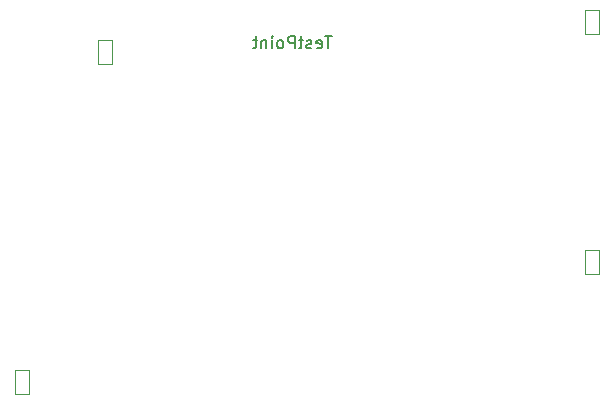
<source format=gbr>
G04 #@! TF.GenerationSoftware,KiCad,Pcbnew,5.1.7-a382d34a8~88~ubuntu20.04.1*
G04 #@! TF.CreationDate,2021-05-29T17:08:15-07:00*
G04 #@! TF.ProjectId,ft4232h-breakout,66743432-3332-4682-9d62-7265616b6f75,May2021*
G04 #@! TF.SameCoordinates,Original*
G04 #@! TF.FileFunction,Other,Fab,Bot*
%FSLAX46Y46*%
G04 Gerber Fmt 4.6, Leading zero omitted, Abs format (unit mm)*
G04 Created by KiCad (PCBNEW 5.1.7-a382d34a8~88~ubuntu20.04.1) date 2021-05-29 17:08:15*
%MOMM*%
%LPD*%
G01*
G04 APERTURE LIST*
%ADD10C,0.100000*%
%ADD11C,0.150000*%
G04 APERTURE END LIST*
D10*
G04 #@! TO.C,C6*
X123860000Y-85360000D02*
X123860000Y-87360000D01*
X125060000Y-85360000D02*
X123860000Y-85360000D01*
X125060000Y-87360000D02*
X125060000Y-85360000D01*
X123860000Y-87360000D02*
X125060000Y-87360000D01*
G04 #@! TO.C,C4*
X75600000Y-115840000D02*
X75600000Y-117840000D01*
X76800000Y-115840000D02*
X75600000Y-115840000D01*
X76800000Y-117840000D02*
X76800000Y-115840000D01*
X75600000Y-117840000D02*
X76800000Y-117840000D01*
G04 #@! TO.C,C3*
X123860000Y-105680000D02*
X123860000Y-107680000D01*
X125060000Y-105680000D02*
X123860000Y-105680000D01*
X125060000Y-107680000D02*
X125060000Y-105680000D01*
X123860000Y-107680000D02*
X125060000Y-107680000D01*
G04 #@! TO.C,C2*
X83785000Y-89900000D02*
X83785000Y-87900000D01*
X82585000Y-89900000D02*
X83785000Y-89900000D01*
X82585000Y-87900000D02*
X82585000Y-89900000D01*
X83785000Y-87900000D02*
X82585000Y-87900000D01*
G04 #@! TD*
G04 #@! TO.C,TP1*
D11*
X102393333Y-87582380D02*
X101821904Y-87582380D01*
X102107619Y-88582380D02*
X102107619Y-87582380D01*
X101107619Y-88534761D02*
X101202857Y-88582380D01*
X101393333Y-88582380D01*
X101488571Y-88534761D01*
X101536190Y-88439523D01*
X101536190Y-88058571D01*
X101488571Y-87963333D01*
X101393333Y-87915714D01*
X101202857Y-87915714D01*
X101107619Y-87963333D01*
X101060000Y-88058571D01*
X101060000Y-88153809D01*
X101536190Y-88249047D01*
X100679047Y-88534761D02*
X100583809Y-88582380D01*
X100393333Y-88582380D01*
X100298095Y-88534761D01*
X100250476Y-88439523D01*
X100250476Y-88391904D01*
X100298095Y-88296666D01*
X100393333Y-88249047D01*
X100536190Y-88249047D01*
X100631428Y-88201428D01*
X100679047Y-88106190D01*
X100679047Y-88058571D01*
X100631428Y-87963333D01*
X100536190Y-87915714D01*
X100393333Y-87915714D01*
X100298095Y-87963333D01*
X99964761Y-87915714D02*
X99583809Y-87915714D01*
X99821904Y-87582380D02*
X99821904Y-88439523D01*
X99774285Y-88534761D01*
X99679047Y-88582380D01*
X99583809Y-88582380D01*
X99250476Y-88582380D02*
X99250476Y-87582380D01*
X98869523Y-87582380D01*
X98774285Y-87630000D01*
X98726666Y-87677619D01*
X98679047Y-87772857D01*
X98679047Y-87915714D01*
X98726666Y-88010952D01*
X98774285Y-88058571D01*
X98869523Y-88106190D01*
X99250476Y-88106190D01*
X98107619Y-88582380D02*
X98202857Y-88534761D01*
X98250476Y-88487142D01*
X98298095Y-88391904D01*
X98298095Y-88106190D01*
X98250476Y-88010952D01*
X98202857Y-87963333D01*
X98107619Y-87915714D01*
X97964761Y-87915714D01*
X97869523Y-87963333D01*
X97821904Y-88010952D01*
X97774285Y-88106190D01*
X97774285Y-88391904D01*
X97821904Y-88487142D01*
X97869523Y-88534761D01*
X97964761Y-88582380D01*
X98107619Y-88582380D01*
X97345714Y-88582380D02*
X97345714Y-87915714D01*
X97345714Y-87582380D02*
X97393333Y-87630000D01*
X97345714Y-87677619D01*
X97298095Y-87630000D01*
X97345714Y-87582380D01*
X97345714Y-87677619D01*
X96869523Y-87915714D02*
X96869523Y-88582380D01*
X96869523Y-88010952D02*
X96821904Y-87963333D01*
X96726666Y-87915714D01*
X96583809Y-87915714D01*
X96488571Y-87963333D01*
X96440952Y-88058571D01*
X96440952Y-88582380D01*
X96107619Y-87915714D02*
X95726666Y-87915714D01*
X95964761Y-87582380D02*
X95964761Y-88439523D01*
X95917142Y-88534761D01*
X95821904Y-88582380D01*
X95726666Y-88582380D01*
G04 #@! TD*
M02*

</source>
